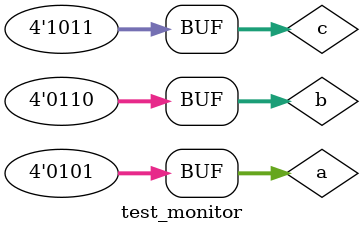
<source format=v>
`timescale 1ns/1ns
module test_monitor();

reg [3:0] a;
reg [3:0] b;
reg [3:0] c;

initial begin
    a=4'd5;
    #100;
    b=4'd6;
    #100;
    c=a+b;
end
initial begin
    $monitor("%b+%b=%d",a,b,c);
end

endmodule
</source>
